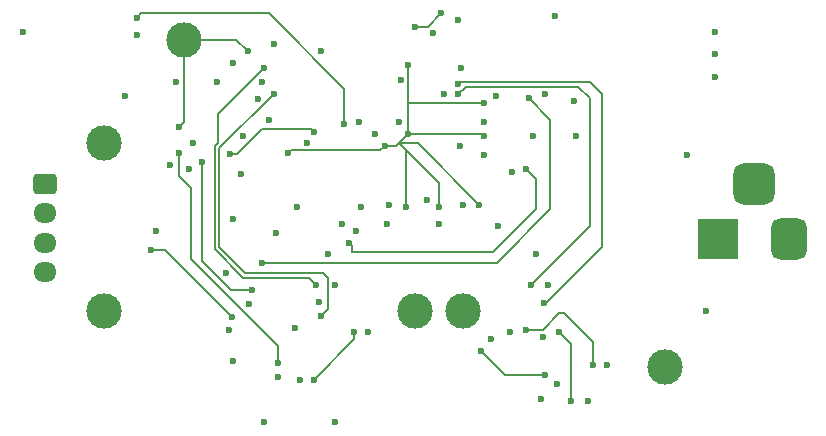
<source format=gbl>
%TF.GenerationSoftware,KiCad,Pcbnew,8.0.2-8.0.2-0~ubuntu22.04.1*%
%TF.CreationDate,2024-05-15T13:15:59-07:00*%
%TF.ProjectId,JPBms2,4a50426d-7332-42e6-9b69-6361645f7063,rev?*%
%TF.SameCoordinates,Original*%
%TF.FileFunction,Copper,L4,Bot*%
%TF.FilePolarity,Positive*%
%FSLAX46Y46*%
G04 Gerber Fmt 4.6, Leading zero omitted, Abs format (unit mm)*
G04 Created by KiCad (PCBNEW 8.0.2-8.0.2-0~ubuntu22.04.1) date 2024-05-15 13:15:59*
%MOMM*%
%LPD*%
G01*
G04 APERTURE LIST*
G04 Aperture macros list*
%AMRoundRect*
0 Rectangle with rounded corners*
0 $1 Rounding radius*
0 $2 $3 $4 $5 $6 $7 $8 $9 X,Y pos of 4 corners*
0 Add a 4 corners polygon primitive as box body*
4,1,4,$2,$3,$4,$5,$6,$7,$8,$9,$2,$3,0*
0 Add four circle primitives for the rounded corners*
1,1,$1+$1,$2,$3*
1,1,$1+$1,$4,$5*
1,1,$1+$1,$6,$7*
1,1,$1+$1,$8,$9*
0 Add four rect primitives between the rounded corners*
20,1,$1+$1,$2,$3,$4,$5,0*
20,1,$1+$1,$4,$5,$6,$7,0*
20,1,$1+$1,$6,$7,$8,$9,0*
20,1,$1+$1,$8,$9,$2,$3,0*%
G04 Aperture macros list end*
%TA.AperFunction,ComponentPad*%
%ADD10RoundRect,0.250000X-0.725000X0.600000X-0.725000X-0.600000X0.725000X-0.600000X0.725000X0.600000X0*%
%TD*%
%TA.AperFunction,ComponentPad*%
%ADD11O,1.950000X1.700000*%
%TD*%
%TA.AperFunction,ComponentPad*%
%ADD12C,3.000000*%
%TD*%
%TA.AperFunction,ComponentPad*%
%ADD13R,3.500000X3.500000*%
%TD*%
%TA.AperFunction,ComponentPad*%
%ADD14RoundRect,0.750000X0.750000X1.000000X-0.750000X1.000000X-0.750000X-1.000000X0.750000X-1.000000X0*%
%TD*%
%TA.AperFunction,ComponentPad*%
%ADD15RoundRect,0.875000X0.875000X0.875000X-0.875000X0.875000X-0.875000X-0.875000X0.875000X-0.875000X0*%
%TD*%
%TA.AperFunction,ViaPad*%
%ADD16C,0.600000*%
%TD*%
%TA.AperFunction,Conductor*%
%ADD17C,0.200000*%
%TD*%
G04 APERTURE END LIST*
D10*
%TO.P,BAL1,1,Pin_1*%
%TO.N,GND*%
X99280000Y-77220000D03*
D11*
%TO.P,BAL1,2,Pin_2*%
%TO.N,Net-(BAL1-Pin_2)*%
X99280000Y-79720000D03*
%TO.P,BAL1,3,Pin_3*%
%TO.N,Net-(BAL1-Pin_3)*%
X99280000Y-82220000D03*
%TO.P,BAL1,4,Pin_4*%
%TO.N,Net-(BAL1-Pin_4)*%
X99280000Y-84720000D03*
%TD*%
D12*
%TO.P,TP2,1,1*%
%TO.N,+BATT*%
X104200000Y-88000000D03*
%TD*%
%TO.P,TP6,1,1*%
%TO.N,/BuckBoost/VS_B*%
X134600000Y-88000000D03*
%TD*%
%TO.P,TP3,1,1*%
%TO.N,SOLAR_CURRENT_ADC*%
X151750000Y-92720000D03*
%TD*%
%TO.P,TP1,1,1*%
%TO.N,GND*%
X104200000Y-73800000D03*
%TD*%
%TO.P,TP4,1,1*%
%TO.N,VDD*%
X111000000Y-65024000D03*
%TD*%
%TO.P,TP5,1,1*%
%TO.N,/BuckBoost/VS_A*%
X130600000Y-88000000D03*
%TD*%
D13*
%TO.P,J1,1*%
%TO.N,Net-(U1-Vs+)*%
X156250000Y-81920000D03*
D14*
%TO.P,J1,2*%
%TO.N,GND*%
X162250000Y-81920000D03*
D15*
%TO.P,J1,3*%
%TO.N,N/C*%
X159250000Y-77220000D03*
%TD*%
D16*
%TO.N,GND*%
X113800000Y-68600000D03*
X106000000Y-69800000D03*
X126600000Y-89800000D03*
X116511304Y-87436549D03*
X142600000Y-94200000D03*
X134600000Y-79000000D03*
X110350000Y-68618622D03*
X118200000Y-71800000D03*
X121400000Y-73800000D03*
X115199997Y-80200003D03*
X140800000Y-83200000D03*
X128400000Y-79000000D03*
X117600000Y-68600000D03*
X125600000Y-81200000D03*
X118600000Y-65400000D03*
X107000000Y-64600000D03*
X138800000Y-76200000D03*
X156000000Y-64400000D03*
X134400000Y-74000000D03*
X141200000Y-95450000D03*
X144200000Y-73200000D03*
X123200000Y-83200000D03*
X109800000Y-75600000D03*
X129200000Y-72000000D03*
X115200000Y-67000000D03*
X137600000Y-80800000D03*
X132135355Y-64450000D03*
X120600000Y-79200000D03*
X132600000Y-80600000D03*
X122400000Y-87200000D03*
X118800000Y-81400000D03*
X119000000Y-93600000D03*
X122600000Y-66000000D03*
X128200000Y-80600000D03*
X144000000Y-70200000D03*
X156000000Y-68200000D03*
X146800000Y-92600000D03*
X140600000Y-73200000D03*
X134457001Y-67400000D03*
X133000000Y-69600000D03*
X117800000Y-97400000D03*
X124400000Y-80600000D03*
X123800000Y-85800000D03*
X131600000Y-78600000D03*
X125800000Y-72000000D03*
X111400000Y-76000000D03*
X129400000Y-68400000D03*
X120400000Y-89400000D03*
X117240380Y-70040380D03*
X111800000Y-73800000D03*
X134200000Y-63400000D03*
X114800000Y-89600000D03*
X115200000Y-92200000D03*
X156000000Y-66200000D03*
X141400000Y-90200000D03*
X126000000Y-79200000D03*
X123800000Y-97400000D03*
X145200000Y-95600000D03*
X136400000Y-72000000D03*
X138600000Y-89800000D03*
X97400000Y-64400000D03*
X141600000Y-69600000D03*
X137400000Y-69800000D03*
X116000000Y-73200000D03*
X108600000Y-81188000D03*
X136400000Y-74800000D03*
X155200000Y-88000000D03*
X141800000Y-85800000D03*
X120800000Y-93800000D03*
X127200000Y-73000000D03*
X114600000Y-84800000D03*
X153600000Y-74800000D03*
X115800000Y-76400000D03*
X137000000Y-90400000D03*
X142400000Y-63000000D03*
%TO.N,VDD*%
X136000000Y-79000000D03*
X116400000Y-66000000D03*
X128000000Y-74000000D03*
X132600000Y-79200000D03*
X136400000Y-70400000D03*
X130000000Y-67200000D03*
X136400000Y-73200000D03*
X129800000Y-79200000D03*
X130000000Y-73000000D03*
X110600000Y-72400000D03*
X119800000Y-74650000D03*
%TO.N,/MCU/NRST*%
X124600000Y-72200000D03*
X107000000Y-63200000D03*
%TO.N,/MCU/USART1_TX*%
X132800000Y-62800000D03*
X130593614Y-63931213D03*
%TO.N,CELL_4V*%
X115100000Y-88500000D03*
X108200000Y-82800000D03*
X140000000Y-76000000D03*
X125000000Y-82200000D03*
%TO.N,CELL_8V*%
X117600000Y-83925008D03*
X140200000Y-70000000D03*
%TO.N,/BuckBoost/GATE_TOP_B*%
X136200000Y-91400000D03*
X141600000Y-93400000D03*
%TO.N,Net-(U4-LO)*%
X125400000Y-89800000D03*
X122000000Y-93800000D03*
%TO.N,Net-(U5-HO)*%
X145600000Y-92600000D03*
X140000000Y-89600000D03*
%TO.N,Net-(U5-LO)*%
X143800000Y-95600000D03*
X142800000Y-89800000D03*
%TO.N,DD_TOP_A*%
X117800000Y-67400000D03*
X122199994Y-85800000D03*
%TO.N,DD_BOT_A*%
X118600000Y-69600000D03*
X122600000Y-88400000D03*
%TO.N,DD_BOT_B*%
X141506012Y-87356012D03*
X134200000Y-68800000D03*
%TO.N,DD_TOP_B*%
X140399991Y-85799991D03*
X134200000Y-69650003D03*
%TO.N,NBAL_3*%
X119000000Y-92400000D03*
X114936748Y-74675589D03*
X122000008Y-72800000D03*
X110600000Y-74600000D03*
%TO.N,NBAL_2*%
X116790458Y-86184764D03*
X112557476Y-75400000D03*
%TD*%
D17*
%TO.N,VDD*%
X111000000Y-65024000D02*
X115424000Y-65024000D01*
X115424000Y-65024000D02*
X116400000Y-66000000D01*
%TO.N,DD_BOT_A*%
X118600000Y-69600000D02*
X114000000Y-74200000D01*
%TO.N,DD_TOP_A*%
X113600000Y-82765686D02*
X116034314Y-85200000D01*
%TO.N,DD_BOT_A*%
X123200000Y-87800000D02*
X122600000Y-88400000D01*
%TO.N,DD_TOP_A*%
X113600000Y-74034314D02*
X113600000Y-82765686D01*
%TO.N,DD_BOT_A*%
X122800000Y-84800000D02*
X123200000Y-85200000D01*
%TO.N,DD_TOP_A*%
X121599994Y-85200000D02*
X122199994Y-85800000D01*
X113886748Y-71313252D02*
X113886748Y-73747566D01*
%TO.N,DD_BOT_A*%
X123200000Y-85200000D02*
X123200000Y-87800000D01*
%TO.N,DD_TOP_A*%
X113886748Y-73747566D02*
X113600000Y-74034314D01*
X117800000Y-67400000D02*
X113886748Y-71313252D01*
%TO.N,DD_BOT_A*%
X114000000Y-82600000D02*
X116200000Y-84800000D01*
%TO.N,DD_TOP_A*%
X116034314Y-85200000D02*
X121599994Y-85200000D01*
%TO.N,DD_BOT_A*%
X116200000Y-84800000D02*
X122800000Y-84800000D01*
X114000000Y-74200000D02*
X114000000Y-82600000D01*
%TO.N,VDD*%
X129000000Y-74000000D02*
X129200000Y-73800000D01*
X130000000Y-70400000D02*
X136400000Y-70400000D01*
X127600000Y-74400000D02*
X128000000Y-74000000D01*
X130000000Y-70400000D02*
X130000000Y-67200000D01*
X130000000Y-73000000D02*
X130000000Y-70400000D01*
X128000000Y-74000000D02*
X129000000Y-74000000D01*
X129800000Y-74400000D02*
X129800000Y-79200000D01*
X120050000Y-74400000D02*
X127600000Y-74400000D01*
X129200000Y-73800000D02*
X132600000Y-77200000D01*
X129200000Y-73800000D02*
X130000000Y-73000000D01*
X111000000Y-72000000D02*
X111000000Y-65024000D01*
X129200000Y-73800000D02*
X130800000Y-73800000D01*
X129200000Y-73800000D02*
X129800000Y-74400000D01*
X130000000Y-73000000D02*
X136200000Y-73000000D01*
X119800000Y-74650000D02*
X120050000Y-74400000D01*
X110600000Y-72400000D02*
X111000000Y-72000000D01*
X136200000Y-73000000D02*
X136400000Y-73200000D01*
X130800000Y-73800000D02*
X136000000Y-79000000D01*
X132600000Y-77200000D02*
X132600000Y-79200000D01*
%TO.N,/MCU/NRST*%
X124600000Y-69200000D02*
X124600000Y-72200000D01*
X107000000Y-63200000D02*
X107400000Y-62800000D01*
X107400000Y-62800000D02*
X118200000Y-62800000D01*
X118200000Y-62800000D02*
X124600000Y-69200000D01*
%TO.N,/MCU/USART1_TX*%
X131668787Y-63931213D02*
X130593614Y-63931213D01*
X132800000Y-62800000D02*
X131668787Y-63931213D01*
%TO.N,CELL_4V*%
X109400000Y-82800000D02*
X115100000Y-88500000D01*
X137200000Y-83000000D02*
X140800000Y-79400000D01*
X108200000Y-82800000D02*
X109400000Y-82800000D01*
X140800000Y-79400000D02*
X140800000Y-76800000D01*
X125200000Y-82400000D02*
X125200000Y-83000000D01*
X140800000Y-76800000D02*
X140000000Y-76000000D01*
X125000000Y-82200000D02*
X125200000Y-82400000D01*
X125200000Y-83000000D02*
X137200000Y-83000000D01*
%TO.N,CELL_8V*%
X142000000Y-79400000D02*
X137474992Y-83925008D01*
X137474992Y-83925008D02*
X117600000Y-83925008D01*
X140200000Y-70000000D02*
X142000000Y-71800000D01*
X142000000Y-71800000D02*
X142000000Y-79400000D01*
%TO.N,/BuckBoost/GATE_TOP_B*%
X138200000Y-93400000D02*
X136200000Y-91400000D01*
X141600000Y-93400000D02*
X138200000Y-93400000D01*
%TO.N,Net-(U4-LO)*%
X125400000Y-90400000D02*
X125400000Y-89800000D01*
X122000000Y-93800000D02*
X125400000Y-90400000D01*
%TO.N,Net-(U5-HO)*%
X140000000Y-89600000D02*
X141400000Y-89600000D01*
X145600000Y-90600000D02*
X145600000Y-92600000D01*
X142800000Y-88200000D02*
X143200000Y-88200000D01*
X141400000Y-89600000D02*
X142800000Y-88200000D01*
X143200000Y-88200000D02*
X145600000Y-90600000D01*
%TO.N,Net-(U5-LO)*%
X142800000Y-89800000D02*
X143800000Y-90800000D01*
X143800000Y-90800000D02*
X143800000Y-95600000D01*
%TO.N,DD_BOT_B*%
X134200000Y-68800000D02*
X134400000Y-68600000D01*
X141643978Y-87356012D02*
X141506012Y-87356012D01*
X146400000Y-69600000D02*
X146400000Y-82599990D01*
X145400000Y-68600000D02*
X146400000Y-69600000D01*
X134400000Y-68600000D02*
X145400000Y-68600000D01*
X146400000Y-82599990D02*
X141643978Y-87356012D01*
%TO.N,DD_TOP_B*%
X145400000Y-70000000D02*
X145400000Y-80799982D01*
X144400000Y-69000000D02*
X145400000Y-70000000D01*
X134200000Y-69650003D02*
X134850003Y-69000000D01*
X145400000Y-80799982D02*
X140399991Y-85799991D01*
X134850003Y-69000000D02*
X144400000Y-69000000D01*
%TO.N,NBAL_3*%
X119000000Y-92400000D02*
X119000000Y-91000000D01*
X111600000Y-77600000D02*
X110600000Y-76600000D01*
X111600000Y-83600000D02*
X111600000Y-77600000D01*
X117600000Y-72600000D02*
X121800008Y-72600000D01*
X110600000Y-76600000D02*
X110600000Y-74600000D01*
X115524411Y-74675589D02*
X117600000Y-72600000D01*
X114936748Y-74675589D02*
X115524411Y-74675589D01*
X121800008Y-72600000D02*
X122000008Y-72800000D01*
X119000000Y-91000000D02*
X111600000Y-83600000D01*
%TO.N,NBAL_2*%
X112557476Y-83757476D02*
X112557476Y-75400000D01*
X116790458Y-86184764D02*
X114984764Y-86184764D01*
X114984764Y-86184764D02*
X112557476Y-83757476D01*
%TD*%
M02*

</source>
